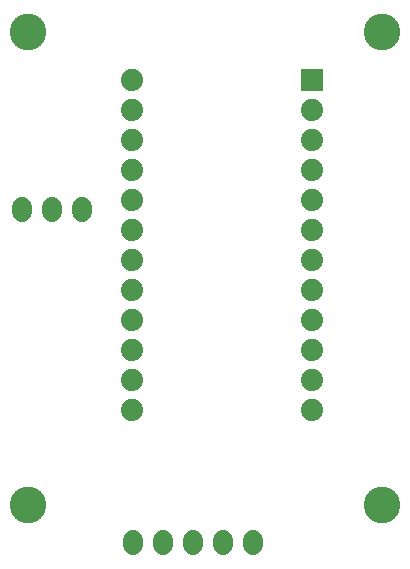
<source format=gbs>
G75*
%MOIN*%
%OFA0B0*%
%FSLAX25Y25*%
%IPPOS*%
%LPD*%
%AMOC8*
5,1,8,0,0,1.08239X$1,22.5*
%
%ADD10C,0.12211*%
%ADD11C,0.07400*%
%ADD12R,0.07400X0.07400*%
%ADD13C,0.06800*%
D10*
X0063146Y0041170D03*
X0181257Y0041170D03*
X0181257Y0198650D03*
X0063146Y0198650D03*
D11*
X0097635Y0182666D03*
X0097635Y0172666D03*
X0097635Y0162666D03*
X0097635Y0152666D03*
X0097635Y0142666D03*
X0097635Y0132666D03*
X0097635Y0122666D03*
X0097635Y0112666D03*
X0097635Y0102666D03*
X0097635Y0092666D03*
X0097635Y0082666D03*
X0097635Y0072666D03*
X0157635Y0072666D03*
X0157635Y0082666D03*
X0157635Y0092666D03*
X0157635Y0102666D03*
X0157635Y0112666D03*
X0157635Y0122666D03*
X0157635Y0132666D03*
X0157635Y0142666D03*
X0157635Y0152666D03*
X0157635Y0162666D03*
X0157635Y0172666D03*
D12*
X0157635Y0182666D03*
D13*
X0081020Y0140395D02*
X0081020Y0138795D01*
X0071020Y0138795D02*
X0071020Y0140395D01*
X0061020Y0140395D02*
X0061020Y0138795D01*
X0098264Y0029214D02*
X0098264Y0027614D01*
X0108264Y0027614D02*
X0108264Y0029214D01*
X0118264Y0029214D02*
X0118264Y0027614D01*
X0128264Y0027614D02*
X0128264Y0029214D01*
X0138264Y0029214D02*
X0138264Y0027614D01*
M02*

</source>
